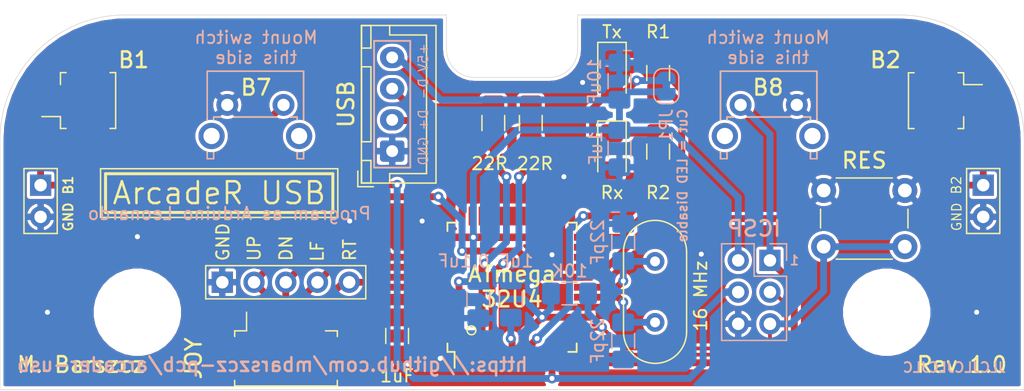
<source format=kicad_pcb>
(kicad_pcb (version 20171130) (host pcbnew "(5.1.9)-1")
  (layers (0 F.Cu signal) (31 B.Cu signal) (34 B.Paste user) (35 F.Paste user) (36 B.SilkS user) (37 F.SilkS user) (38 B.Mask user) (39 F.Mask user) (44 Edge.Cuts user hide))
  (net 0 "")
  (net 1 "Net-(C1-Pad2)")
  (net 2 GND)
  (net 3 "Net-(C2-Pad1)")
  (net 4 "Net-(C3-Pad1)")
  (net 5 "Net-(C4-Pad2)")
  (net 6 VCC)
  (net 7 "Net-(D2-Pad1)")
  (net 8 B1)
  (net 9 B2)
  (net 10 RIGHT)
  (net 11 LEFT)
  (net 12 DOWN)
  (net 13 UP)
  (net 14 B7)
  (net 15 B8)
  (net 16 "Net-(D1-Pad1)")
  (net 17 D-)
  (net 18 D+)
  (net 19 /ExD+)
  (net 20 /ExD-)
  (net 21 "Net-(D1-Pad2)")
  (net 22 LEDTx)
  (net 23 ~RES)
  (net 24 SCK)
  (net 25 LEDRx)
  (module "ArcadeR USB:JST_XH_B4B-XH-A_1x04_P2.50mm_Vertical-BoxSilk-Back" (layer F.Cu) (at 131.4 104.9 90)
    (fp_text reference J11 hide)
    (fp_text value Conn_01x04_Male)
    (pad 4 thru_hole oval (at 7.5 0 90) (size 1.7 1.95) (drill 0.95) (layers *.Cu *.Mask) (net 6 VCC))
    (pad 3 thru_hole oval (at 5 0 90) (size 1.7 1.95) (drill 0.95) (layers *.Cu *.Mask) (net 20 /ExD-))
    (pad 2 thru_hole oval (at 2.5 0 90) (size 1.7 1.95) (drill 0.95) (layers *.Cu *.Mask) (net 19 /ExD+))
    (pad 1 thru_hole roundrect (at 0 0 90) (size 1.7 1.95) (drill 0.95) (layers *.Cu *.Mask) (roundrect_rratio 0.1470588235294118) (net 2 GND))
  )
  (module "ArcadeR USB:PinHeader_1x02_P2.54mm_Vertical-BoxSilk" (layer F.Cu) (at 103.25 107.625)
    (fp_text reference J22 hide)
    (fp_text value Conn_01x02_Male)
    (pad 2 thru_hole oval (at 0 2.54) (size 1.7 1.7) (drill 1) (layers *.Cu *.Mask) (net 2 GND))
    (pad 1 thru_hole rect (at 0 0) (size 1.7 1.7) (drill 1) (layers *.Cu *.Mask) (net 8 B1))
  )
  (module "ArcadeR USB:PinHeader_1x02_P2.54mm_Vertical-BoxSilk" (layer F.Cu) (at 178.725 107.625)
    (fp_text reference J32 hide)
    (fp_text value Conn_01x02_Male)
    (pad 2 thru_hole oval (at 0 2.54) (size 1.7 1.7) (drill 1) (layers *.Cu *.Mask) (net 2 GND))
    (pad 1 thru_hole rect (at 0 0) (size 1.7 1.7) (drill 1) (layers *.Cu *.Mask) (net 9 B2))
  )
  (module "ArcadeR USB:PinHeader_1x05_P2.54mm_Vertical-BoxSilk" (layer F.Cu) (at 117.8 115.4 90)
    (fp_text reference J42 hide)
    (fp_text value Conn_01x05_Male)
    (pad 5 thru_hole oval (at 0 10.16 90) (size 1.7 1.7) (drill 1) (layers *.Cu *.Mask) (net 10 RIGHT))
    (pad 4 thru_hole oval (at 0 7.62 90) (size 1.7 1.7) (drill 1) (layers *.Cu *.Mask) (net 11 LEFT))
    (pad 3 thru_hole oval (at 0 5.08 90) (size 1.7 1.7) (drill 1) (layers *.Cu *.Mask) (net 12 DOWN))
    (pad 2 thru_hole oval (at 0 2.54 90) (size 1.7 1.7) (drill 1) (layers *.Cu *.Mask) (net 13 UP))
    (pad 1 thru_hole rect (at 0 0 90) (size 1.7 1.7) (drill 1) (layers *.Cu *.Mask) (net 2 GND))
  )
  (module "ArcadeR USB:SW_Tactile_SPST_Angled_PTS645Vx83-2LFS-DoubleSidedSS" (layer B.Cu) (at 163.8 101.2 180)
    (fp_text reference SW8 hide)
    (fp_text value SW_Push)
    (pad "" thru_hole circle (at -1.25 -2.49 180) (size 2.1 2.1) (drill 1.3) (layers *.Cu *.Mask))
    (pad 1 thru_hole circle (at 0 0 180) (size 1.75 1.75) (drill 0.99) (layers *.Cu *.Mask) (net 2 GND))
    (pad 2 thru_hole circle (at 4.5 0 180) (size 1.75 1.75) (drill 0.99) (layers *.Cu *.Mask) (net 15 B8))
    (pad "" thru_hole circle (at 5.76 -2.49 180) (size 2.1 2.1) (drill 1.3) (layers *.Cu *.Mask))
  )
  (module "ArcadeR USB:SW_Tactile_SPST_Angled_PTS645Vx83-2LFS-DoubleSidedSS" (layer B.Cu) (at 122.7 101.2 180)
    (fp_text reference SW7 hide)
    (fp_text value SW_Push)
    (pad "" thru_hole circle (at -1.25 -2.49 180) (size 2.1 2.1) (drill 1.3) (layers *.Cu *.Mask))
    (pad 1 thru_hole circle (at 0 0 180) (size 1.75 1.75) (drill 0.99) (layers *.Cu *.Mask) (net 14 B7))
    (pad 2 thru_hole circle (at 4.5 0 180) (size 1.75 1.75) (drill 0.99) (layers *.Cu *.Mask) (net 2 GND))
    (pad "" thru_hole circle (at 5.76 -2.49 180) (size 2.1 2.1) (drill 1.3) (layers *.Cu *.Mask))
  )
  (module Connector_Molex:Molex_PicoBlade_53261-0271_1x02-1MP_P1.25mm_Horizontal (layer F.Cu) (at 175.45 100.86 270)
    (fp_text reference J31 hide)
    (fp_text value Conn_01x02_Male)
    (pad MP smd roundrect (at 3.175 0.5 270) (size 2.1 3) (layers F.Cu F.Paste F.Mask) (roundrect_rratio 0.1190471428571429))
    (pad MP smd roundrect (at -3.175 0.5 270) (size 2.1 3) (layers F.Cu F.Paste F.Mask) (roundrect_rratio 0.1190471428571429))
    (pad 2 smd roundrect (at 0.625 -2.4 270) (size 0.8 1.6) (layers F.Cu F.Paste F.Mask) (net 9 B2))
    (pad 1 smd roundrect (at -0.625 -2.4 270) (size 0.8 1.6) (layers F.Cu F.Paste F.Mask) (net 2 GND))
  )
  (module Resistor_SMD:R_1206_3216Metric_Pad1.42x1.75mm_HandSolder (layer F.Cu) (at 152.7 98.65 270)
    (fp_text reference R1 (at -3.3 0 180) (layer F.SilkS))
    (fp_text value 1K hide)
    (pad 2 smd roundrect (at 1.4875 0 270) (size 1.425 1.75) (layers F.Cu F.Paste F.Mask) (roundrect_rratio 0.1754385964912281) (net 22 LEDTx))
    (pad 1 smd roundrect (at -1.4875 0 270) (size 1.425 1.75) (layers F.Cu F.Paste F.Mask) (roundrect_rratio 0.1754385964912281) (net 16 "Net-(D1-Pad1)"))
  )
  (module Button_Switch_THT:SW_PUSH_6mm_H4.3mm (layer F.Cu) (at 172.45 112.55 180)
    (fp_text reference SW3 hide)
    (fp_text value SW_Push)
    (pad 1 thru_hole circle (at 6.5 0 270) (size 2 2) (drill 1.1) (layers *.Cu *.Mask) (net 23 ~RES))
    (pad 2 thru_hole circle (at 6.5 4.5 270) (size 2 2) (drill 1.1) (layers *.Cu *.Mask) (net 2 GND))
    (pad 1 thru_hole circle (at 0 0 270) (size 2 2) (drill 1.1) (layers *.Cu *.Mask) (net 23 ~RES))
    (pad 2 thru_hole circle (at 0 4.5 270) (size 2 2) (drill 1.1) (layers *.Cu *.Mask) (net 2 GND))
  )
  (module Connector_Molex:Molex_PicoBlade_53261-0571_1x05-1MP_P1.25mm_Horizontal (layer F.Cu) (at 122.9 121)
    (fp_text reference J41 hide)
    (fp_text value Conn_01x05_Male)
    (pad MP smd roundrect (at 5.05 0.5) (size 2.1 3) (layers F.Cu F.Paste F.Mask) (roundrect_rratio 0.1190471428571429))
    (pad MP smd roundrect (at -5.05 0.5) (size 2.1 3) (layers F.Cu F.Paste F.Mask) (roundrect_rratio 0.1190471428571429))
    (pad 5 smd roundrect (at 2.5 -2.4) (size 0.8 1.6) (layers F.Cu F.Paste F.Mask) (net 10 RIGHT))
    (pad 4 smd roundrect (at 1.25 -2.4) (size 0.8 1.6) (layers F.Cu F.Paste F.Mask) (net 11 LEFT))
    (pad 3 smd roundrect (at 0 -2.4) (size 0.8 1.6) (layers F.Cu F.Paste F.Mask) (net 12 DOWN))
    (pad 2 smd roundrect (at -1.25 -2.4) (size 0.8 1.6) (layers F.Cu F.Paste F.Mask) (net 13 UP))
    (pad 1 smd roundrect (at -2.5 -2.4) (size 0.8 1.6) (layers F.Cu F.Paste F.Mask) (net 2 GND))
  )
  (module Connector_Molex:Molex_PicoBlade_53261-0271_1x02-1MP_P1.25mm_Horizontal (layer F.Cu) (at 106.55 100.85 90)
    (fp_text reference J21 hide)
    (fp_text value Conn_01x02_Male)
    (pad MP smd roundrect (at 3.175 0.5 90) (size 2.1 3) (layers F.Cu F.Paste F.Mask) (roundrect_rratio 0.1190471428571429))
    (pad MP smd roundrect (at -3.175 0.5 90) (size 2.1 3) (layers F.Cu F.Paste F.Mask) (roundrect_rratio 0.1190471428571429))
    (pad 2 smd roundrect (at 0.625 -2.4 90) (size 0.8 1.6) (layers F.Cu F.Paste F.Mask) (net 2 GND))
    (pad 1 smd roundrect (at -0.625 -2.4 90) (size 0.8 1.6) (layers F.Cu F.Paste F.Mask) (net 8 B1))
  )
  (module Connector_PinHeader_2.54mm:PinHeader_2x03_P2.54mm_Vertical (layer B.Cu) (at 161.65 113.65 180)
    (fp_text reference J5 hide)
    (fp_text value Conn_01x06_Male)
    (pad 6 thru_hole oval (at 2.54 -5.08 180) (size 1.7 1.7) (drill 1) (layers *.Cu *.Mask) (net 2 GND))
    (pad 5 thru_hole oval (at 0 -5.08 180) (size 1.7 1.7) (drill 1) (layers *.Cu *.Mask) (net 23 ~RES))
    (pad 4 thru_hole oval (at 2.54 -2.54 180) (size 1.7 1.7) (drill 1) (layers *.Cu *.Mask) (net 14 B7))
    (pad 3 thru_hole oval (at 0 -2.54 180) (size 1.7 1.7) (drill 1) (layers *.Cu *.Mask) (net 24 SCK))
    (pad 2 thru_hole oval (at 2.54 0 180) (size 1.7 1.7) (drill 1) (layers *.Cu *.Mask) (net 6 VCC))
    (pad 1 thru_hole rect (at 0 0 180) (size 1.7 1.7) (drill 1) (layers *.Cu *.Mask) (net 15 B8))
  )
  (module Jumper:SolderJumper-2_P1.3mm_Bridged_RoundedPad1.0x1.5mm (layer B.Cu) (at 153.35 99.7 90)
    (fp_text reference JP1 (at -1.7 0 90) (layer B.SilkS) (effects (justify left mirror)))
    (fp_text value SolderJumper_2_Bridged)
    (fp_poly (pts (xy 0.25 0.3) (xy -0.25 0.3) (xy -0.25 -0.3) (xy 0.25 -0.3)) (layer B.Cu) (width 0))
    (pad 1 smd custom (at -0.65 0 90) (size 1 0.5) (layers B.Cu B.Mask) (net 6 VCC) (options (clearance outline) (anchor rect)) (primitives (gr_circle (center 0 -0.25) (end 0.5 -0.25) (width 0)) (gr_circle (center 0 0.25) (end 0.5 0.25) (width 0)) (gr_poly (pts (xy 0 0.75) (xy 0.5 0.75) (xy 0.5 -0.75) (xy 0 -0.75)) (width 0))))
    (pad 2 smd custom (at 0.65 0 90) (size 1 0.5) (layers B.Cu B.Mask) (net 21 "Net-(D1-Pad2)") (options (clearance outline) (anchor rect)) (primitives (gr_circle (center 0 -0.25) (end 0.5 -0.25) (width 0)) (gr_circle (center 0 0.25) (end 0.5 0.25) (width 0)) (gr_poly (pts (xy 0 0.75) (xy -0.5 0.75) (xy -0.5 -0.75) (xy 0 -0.75)) (width 0))))
  )
  (module MountingHole:MountingHole_3.5mm (layer F.Cu) (at 171 117.8)
    (fp_text reference H2 hide)
    (fp_text value MountingHole)
    (pad "" np_thru_hole circle (at 0 0) (size 3.5 3.5) (drill 3.5) (layers *.Cu *.Mask) (clearance 1.75))
  )
  (module MountingHole:MountingHole_3.5mm (layer F.Cu) (at 111 117.8)
    (fp_text reference H1 hide)
    (fp_text value MountingHole)
    (pad "" np_thru_hole circle (at 0 0) (size 3.5 3.5) (drill 3.5) (layers *.Cu *.Mask) (clearance 1.75))
  )
  (module Capacitor_SMD:C_1206_3216Metric_Pad1.42x1.75mm_HandSolder (layer B.Cu) (at 138.3 116.7875 270)
    (fp_text reference C7 hide)
    (fp_text value 0.1uF (at -3.0875 -1 180) (layer B.SilkS) (effects (justify left mirror)))
    (pad 2 smd roundrect (at 1.4875 0 270) (size 1.425 1.75) (layers B.Cu B.Paste B.Mask) (roundrect_rratio 0.1754385964912281) (net 2 GND))
    (pad 1 smd roundrect (at -1.4875 0 270) (size 1.425 1.75) (layers B.Cu B.Paste B.Mask) (roundrect_rratio 0.1754385964912281) (net 6 VCC))
  )
  (module Capacitor_SMD:C_1206_3216Metric_Pad1.42x1.75mm_HandSolder (layer B.Cu) (at 149.6 99.3 270)
    (fp_text reference C6 hide)
    (fp_text value 10uF (at 0 2 270) (layer B.SilkS) (effects (justify mirror)))
    (pad 2 smd roundrect (at 1.4875 0 270) (size 1.425 1.75) (layers B.Cu B.Paste B.Mask) (roundrect_rratio 0.1754385964912281) (net 6 VCC))
    (pad 1 smd roundrect (at -1.4875 0 270) (size 1.425 1.75) (layers B.Cu B.Paste B.Mask) (roundrect_rratio 0.1754385964912281) (net 2 GND))
  )
  (module Capacitor_SMD:C_1206_3216Metric_Pad1.42x1.75mm_HandSolder (layer B.Cu) (at 149.6 104.7 90)
    (fp_text reference C5 hide)
    (fp_text value 1uF (at 0.05 -1.9 270) (layer B.SilkS) (effects (justify mirror)))
    (pad 2 smd roundrect (at 1.4875 0 90) (size 1.425 1.75) (layers B.Cu B.Paste B.Mask) (roundrect_rratio 0.1754385964912281) (net 6 VCC))
    (pad 1 smd roundrect (at -1.4875 0 90) (size 1.425 1.75) (layers B.Cu B.Paste B.Mask) (roundrect_rratio 0.1754385964912281) (net 2 GND))
  )
  (module Crystal:Crystal_HC49-4H_Vertical (layer F.Cu) (at 152.45 113.73 270)
    (fp_text reference Y1 hide)
    (fp_text value 16MHz)
    (pad 2 thru_hole circle (at 4.88 0 270) (size 1.5 1.5) (drill 0.8) (layers *.Cu *.Mask) (net 4 "Net-(C3-Pad1)"))
    (pad 1 thru_hole circle (at 0 0 270) (size 1.5 1.5) (drill 0.8) (layers *.Cu *.Mask) (net 3 "Net-(C2-Pad1)"))
  )
  (module Package_QFP:TQFP-44_10x10mm_P0.8mm (layer F.Cu) (at 141 115.8 90)
    (fp_text reference U1 hide)
    (fp_text value ATmega32U4-AU)
    (pad 44 smd rect (at -4 -5.7 180) (size 1.5 0.55) (layers F.Cu F.Paste F.Mask) (net 6 VCC))
    (pad 43 smd rect (at -3.2 -5.7 180) (size 1.5 0.55) (layers F.Cu F.Paste F.Mask) (net 2 GND))
    (pad 42 smd rect (at -2.4 -5.7 180) (size 1.5 0.55) (layers F.Cu F.Paste F.Mask) (net 1 "Net-(C1-Pad2)"))
    (pad 41 smd rect (at -1.6 -5.7 180) (size 1.5 0.55) (layers F.Cu F.Paste F.Mask))
    (pad 40 smd rect (at -0.8 -5.7 180) (size 1.5 0.55) (layers F.Cu F.Paste F.Mask))
    (pad 39 smd rect (at 0 -5.7 180) (size 1.5 0.55) (layers F.Cu F.Paste F.Mask) (net 10 RIGHT))
    (pad 38 smd rect (at 0.8 -5.7 180) (size 1.5 0.55) (layers F.Cu F.Paste F.Mask) (net 11 LEFT))
    (pad 37 smd rect (at 1.6 -5.7 180) (size 1.5 0.55) (layers F.Cu F.Paste F.Mask) (net 12 DOWN))
    (pad 36 smd rect (at 2.4 -5.7 180) (size 1.5 0.55) (layers F.Cu F.Paste F.Mask) (net 13 UP))
    (pad 35 smd rect (at 3.2 -5.7 180) (size 1.5 0.55) (layers F.Cu F.Paste F.Mask) (net 2 GND))
    (pad 34 smd rect (at 4 -5.7 180) (size 1.5 0.55) (layers F.Cu F.Paste F.Mask) (net 6 VCC))
    (pad 33 smd rect (at 5.7 -4 90) (size 1.5 0.55) (layers F.Cu F.Paste F.Mask) (net 2 GND))
    (pad 32 smd rect (at 5.7 -3.2 90) (size 1.5 0.55) (layers F.Cu F.Paste F.Mask))
    (pad 31 smd rect (at 5.7 -2.4 90) (size 1.5 0.55) (layers F.Cu F.Paste F.Mask))
    (pad 30 smd rect (at 5.7 -1.6 90) (size 1.5 0.55) (layers F.Cu F.Paste F.Mask))
    (pad 29 smd rect (at 5.7 -0.8 90) (size 1.5 0.55) (layers F.Cu F.Paste F.Mask))
    (pad 28 smd rect (at 5.7 0 90) (size 1.5 0.55) (layers F.Cu F.Paste F.Mask))
    (pad 27 smd rect (at 5.7 0.8 90) (size 1.5 0.55) (layers F.Cu F.Paste F.Mask))
    (pad 26 smd rect (at 5.7 1.6 90) (size 1.5 0.55) (layers F.Cu F.Paste F.Mask))
    (pad 25 smd rect (at 5.7 2.4 90) (size 1.5 0.55) (layers F.Cu F.Paste F.Mask))
    (pad 24 smd rect (at 5.7 3.2 90) (size 1.5 0.55) (layers F.Cu F.Paste F.Mask) (net 6 VCC))
    (pad 23 smd rect (at 5.7 4 90) (size 1.5 0.55) (layers F.Cu F.Paste F.Mask) (net 2 GND))
    (pad 22 smd rect (at 4 5.7 180) (size 1.5 0.55) (layers F.Cu F.Paste F.Mask) (net 22 LEDTx))
    (pad 21 smd rect (at 3.2 5.7 180) (size 1.5 0.55) (layers F.Cu F.Paste F.Mask))
    (pad 20 smd rect (at 2.4 5.7 180) (size 1.5 0.55) (layers F.Cu F.Paste F.Mask))
    (pad 19 smd rect (at 1.6 5.7 180) (size 1.5 0.55) (layers F.Cu F.Paste F.Mask) (net 9 B2))
    (pad 18 smd rect (at 0.8 5.7 180) (size 1.5 0.55) (layers F.Cu F.Paste F.Mask) (net 8 B1))
    (pad 17 smd rect (at 0 5.7 180) (size 1.5 0.55) (layers F.Cu F.Paste F.Mask) (net 3 "Net-(C2-Pad1)"))
    (pad 16 smd rect (at -0.8 5.7 180) (size 1.5 0.55) (layers F.Cu F.Paste F.Mask) (net 4 "Net-(C3-Pad1)"))
    (pad 15 smd rect (at -1.6 5.7 180) (size 1.5 0.55) (layers F.Cu F.Paste F.Mask) (net 2 GND))
    (pad 14 smd rect (at -2.4 5.7 180) (size 1.5 0.55) (layers F.Cu F.Paste F.Mask) (net 6 VCC))
    (pad 13 smd rect (at -3.2 5.7 180) (size 1.5 0.55) (layers F.Cu F.Paste F.Mask) (net 23 ~RES))
    (pad 12 smd rect (at -4 5.7 180) (size 1.5 0.55) (layers F.Cu F.Paste F.Mask))
    (pad 11 smd rect (at -5.7 4 90) (size 1.5 0.55) (layers F.Cu F.Paste F.Mask) (net 15 B8))
    (pad 10 smd rect (at -5.7 3.2 90) (size 1.5 0.55) (layers F.Cu F.Paste F.Mask) (net 14 B7))
    (pad 9 smd rect (at -5.7 2.4 90) (size 1.5 0.55) (layers F.Cu F.Paste F.Mask) (net 24 SCK))
    (pad 8 smd rect (at -5.7 1.6 90) (size 1.5 0.55) (layers F.Cu F.Paste F.Mask) (net 25 LEDRx))
    (pad 7 smd rect (at -5.7 0.8 90) (size 1.5 0.55) (layers F.Cu F.Paste F.Mask) (net 6 VCC))
    (pad 6 smd rect (at -5.7 0 90) (size 1.5 0.55) (layers F.Cu F.Paste F.Mask) (net 5 "Net-(C4-Pad2)"))
    (pad 5 smd rect (at -5.7 -0.8 90) (size 1.5 0.55) (layers F.Cu F.Paste F.Mask) (net 2 GND))
    (pad 4 smd rect (at -5.7 -1.6 90) (size 1.5 0.55) (layers F.Cu F.Paste F.Mask) (net 18 D+))
    (pad 3 smd rect (at -5.7 -2.4 90) (size 1.5 0.55) (layers F.Cu F.Paste F.Mask) (net 17 D-))
    (pad 2 smd rect (at -5.7 -3.2 90) (size 1.5 0.55) (layers F.Cu F.Paste F.Mask) (net 6 VCC))
    (pad 1 smd rect (at -5.7 -4 90) (size 1.5 0.55) (layers F.Cu F.Paste F.Mask))
  )
  (module Resistor_SMD:R_1206_3216Metric_Pad1.42x1.75mm_HandSolder (layer B.Cu) (at 145.6 116.3)
    (fp_text reference R5 hide)
    (fp_text value 10K (at 0 -1.8) (layer B.SilkS) (effects (justify mirror)))
    (pad 2 smd roundrect (at 1.4875 0) (size 1.425 1.75) (layers B.Cu B.Paste B.Mask) (roundrect_rratio 0.1754385964912281) (net 23 ~RES))
    (pad 1 smd roundrect (at -1.4875 0) (size 1.425 1.75) (layers B.Cu B.Paste B.Mask) (roundrect_rratio 0.1754385964912281) (net 6 VCC))
  )
  (module Resistor_SMD:R_1206_3216Metric_Pad1.42x1.75mm_HandSolder (layer F.Cu) (at 139.5 102.65 90)
    (fp_text reference R4 hide)
    (fp_text value 22R (at -3.25 -0.3 180) (layer F.SilkS))
    (pad 2 smd roundrect (at 1.4875 0 90) (size 1.425 1.75) (layers F.Cu F.Paste F.Mask) (roundrect_rratio 0.1754385964912281) (net 20 /ExD-))
    (pad 1 smd roundrect (at -1.4875 0 90) (size 1.425 1.75) (layers F.Cu F.Paste F.Mask) (roundrect_rratio 0.1754385964912281) (net 17 D-))
  )
  (module Resistor_SMD:R_1206_3216Metric_Pad1.42x1.75mm_HandSolder (layer F.Cu) (at 142.5 102.65 90)
    (fp_text reference R3 hide)
    (fp_text value 22R (at -3.25 0.325 180) (layer F.SilkS))
    (pad 2 smd roundrect (at 1.4875 0 90) (size 1.425 1.75) (layers F.Cu F.Paste F.Mask) (roundrect_rratio 0.1754385964912281) (net 19 /ExD+))
    (pad 1 smd roundrect (at -1.4875 0 90) (size 1.425 1.75) (layers F.Cu F.Paste F.Mask) (roundrect_rratio 0.1754385964912281) (net 18 D+))
  )
  (module Resistor_SMD:R_1206_3216Metric_Pad1.42x1.75mm_HandSolder (layer F.Cu) (at 152.7 104.9375 270)
    (fp_text reference R2 (at 3.2875 0 180) (layer F.SilkS))
    (fp_text value 1K hide)
    (pad 2 smd roundrect (at 1.4875 0 270) (size 1.425 1.75) (layers F.Cu F.Paste F.Mask) (roundrect_rratio 0.1754385964912281) (net 25 LEDRx))
    (pad 1 smd roundrect (at -1.4875 0 270) (size 1.425 1.75) (layers F.Cu F.Paste F.Mask) (roundrect_rratio 0.1754385964912281) (net 7 "Net-(D2-Pad1)"))
  )
  (module LED_SMD:LED_1206_3216Metric_Pad1.42x1.75mm_HandSolder (layer F.Cu) (at 149 104.95 270)
    (fp_text reference D2 hide)
    (fp_text value Rx (at 3.275 0 180) (layer F.SilkS))
    (pad 2 smd roundrect (at 1.4875 0 270) (size 1.425 1.75) (layers F.Cu F.Paste F.Mask) (roundrect_rratio 0.1754385964912281) (net 21 "Net-(D1-Pad2)"))
    (pad 1 smd roundrect (at -1.4875 0 270) (size 1.425 1.75) (layers F.Cu F.Paste F.Mask) (roundrect_rratio 0.1754385964912281) (net 7 "Net-(D2-Pad1)"))
  )
  (module LED_SMD:LED_1206_3216Metric_Pad1.42x1.75mm_HandSolder (layer F.Cu) (at 149 98.65 270)
    (fp_text reference D1 hide)
    (fp_text value Tx (at -3.3 0 180) (layer F.SilkS))
    (pad 2 smd roundrect (at 1.4875 0 270) (size 1.425 1.75) (layers F.Cu F.Paste F.Mask) (roundrect_rratio 0.1754385964912281) (net 21 "Net-(D1-Pad2)"))
    (pad 1 smd roundrect (at -1.4875 0 270) (size 1.425 1.75) (layers F.Cu F.Paste F.Mask) (roundrect_rratio 0.1754385964912281) (net 16 "Net-(D1-Pad1)"))
  )
  (module Capacitor_SMD:C_1206_3216Metric_Pad1.42x1.75mm_HandSolder (layer B.Cu) (at 140.9 116.75 270)
    (fp_text reference C4 hide)
    (fp_text value 1uF (at -3.05 1) (layer B.SilkS) (effects (justify right mirror)))
    (pad 2 smd roundrect (at 1.4875 0 270) (size 1.425 1.75) (layers B.Cu B.Paste B.Mask) (roundrect_rratio 0.1754385964912281) (net 5 "Net-(C4-Pad2)"))
    (pad 1 smd roundrect (at -1.4875 0 270) (size 1.425 1.75) (layers B.Cu B.Paste B.Mask) (roundrect_rratio 0.1754385964912281) (net 2 GND))
  )
  (module Capacitor_SMD:C_1206_3216Metric_Pad1.42x1.75mm_HandSolder (layer B.Cu) (at 149.9 120.1 270)
    (fp_text reference C3 hide)
    (fp_text value 22pF (at 0 2.05 90) (layer B.SilkS) (effects (justify mirror)))
    (pad 2 smd roundrect (at 1.4875 0 270) (size 1.425 1.75) (layers B.Cu B.Paste B.Mask) (roundrect_rratio 0.1754385964912281) (net 2 GND))
    (pad 1 smd roundrect (at -1.4875 0 270) (size 1.425 1.75) (layers B.Cu B.Paste B.Mask) (roundrect_rratio 0.1754385964912281) (net 4 "Net-(C3-Pad1)"))
  )
  (module Capacitor_SMD:C_1206_3216Metric_Pad1.42x1.75mm_HandSolder (layer B.Cu) (at 149.9 112.2125 90)
    (fp_text reference C2 hide)
    (fp_text value 22pF (at 0.0125 -2.05 270) (layer B.SilkS) (effects (justify mirror)))
    (pad 2 smd roundrect (at 1.4875 0 90) (size 1.425 1.75) (layers B.Cu B.Paste B.Mask) (roundrect_rratio 0.1754385964912281) (net 2 GND))
    (pad 1 smd roundrect (at -1.4875 0 90) (size 1.425 1.75) (layers B.Cu B.Paste B.Mask) (roundrect_rratio 0.1754385964912281) (net 3 "Net-(C2-Pad1)"))
  )
  (module Capacitor_SMD:C_1206_3216Metric_Pad1.42x1.75mm_HandSolder (layer F.Cu) (at 131.8 119.7 90)
    (fp_text reference C1 hide)
    (fp_text value 1uF (at -3.2 0 180) (layer F.SilkS))
    (pad 2 smd roundrect (at 1.4875 0 90) (size 1.425 1.75) (layers F.Cu F.Paste F.Mask) (roundrect_rratio 0.1754385964912281) (net 1 "Net-(C1-Pad2)"))
    (pad 1 smd roundrect (at -1.4875 0 90) (size 1.425 1.75) (layers F.Cu F.Paste F.Mask) (roundrect_rratio 0.1754385964912281) (net 2 GND))
  )
  (gr_text JLCJLCJLCJLC (at 180.625 122.225) (layer B.SilkS) (effects (font (size 0.8 0.8)) (justify left mirror)))
  (gr_text "Mount switch\nthis side" (at 161.5 96.6) (layer B.SilkS) (effects (font (size 1 1)) (justify mirror)))
  (gr_text "ArcadeR USB" (at 117.55 108.26) (layer F.SilkS) (effects (font (size 1.75 1.75) (thickness 0.2))))
  (gr_circle (center 137.75 119.25) (end 138 119) (layer F.SilkS) (width 0.12))
  (gr_text "ATmega\n32U4" (at 141 115.75) (layer F.SilkS) (effects (font (size 1.25 1.25) (thickness 0.2))))
  (gr_text "M. Barszcz" (at 101.25 122) (layer F.SilkS) (effects (font (size 1.25 1.25) (thickness 0.2)) (justify left)))
  (gr_line (start 108.05 106.31) (end 127.05 106.31) (layer F.SilkS) (width 0.12))
  (gr_line (start 108.05 110.21) (end 108.05 106.31) (layer F.SilkS) (width 0.12))
  (gr_line (start 127.05 110.21) (end 108.05 110.21) (layer F.SilkS) (width 0.12))
  (gr_line (start 127.05 106.31) (end 127.05 110.21) (layer F.SilkS) (width 0.12))
  (gr_line (start 108.45 106.71) (end 108.45 109.81) (layer F.SilkS) (width 0.24))
  (gr_line (start 108.45 109.81) (end 126.65 109.81) (layer F.SilkS) (width 0.24))
  (gr_line (start 126.65 106.71) (end 126.65 109.81) (layer F.SilkS) (width 0.24))
  (gr_line (start 108.45 106.71) (end 126.65 106.71) (layer F.SilkS) (width 0.24))
  (gr_text "Mount switch\nthis side" (at 120.5 96.6) (layer B.SilkS) (effects (font (size 1 1)) (justify mirror)))
  (gr_text RES (at 169.2 105.65) (layer F.SilkS) (effects (font (size 1.25 1.25) (thickness 0.2))))
  (gr_text 1 (at 163.6 113.65) (layer B.SilkS) (effects (font (size 0.75 0.75)) (justify mirror)))
  (gr_text ICSP (at 160.375 111.1) (layer B.SilkS) (effects (font (size 1.25 1.25) (thickness 0.2)) (justify mirror)))
  (gr_text "Cut = LED Disable" (at 154.65 101.45 90) (layer B.SilkS) (effects (font (size 0.75 0.75)) (justify left mirror)))
  (gr_text GND (at 176.6026 110.165 90) (layer F.SilkS) (effects (font (size 0.75 0.75) (thickness 0.1))))
  (gr_text B2 (at 176.5816 107.625 90) (layer F.SilkS) (effects (font (size 0.75 0.75) (thickness 0.1))))
  (gr_text B1 (at 105.4616 107.625 90) (layer F.SilkS) (effects (font (size 0.75 0.75))))
  (gr_text GND (at 105.4616 110.165 90) (layer F.SilkS) (effects (font (size 0.75 0.75))))
  (gr_text GND (at 133.889 104.9 90) (layer B.SilkS) (effects (font (size 0.75 0.75) (thickness 0.1)) (justify mirror)))
  (gr_text "D+\n" (at 133.889 102.4 90) (layer B.SilkS) (effects (font (size 0.75 0.75) (thickness 0.1)) (justify mirror)))
  (gr_text D- (at 133.889 99.9 90) (layer B.SilkS) (effects (font (size 0.75 0.75) (thickness 0.1)) (justify mirror)))
  (gr_text +5V (at 133.889 97.4 90) (layer B.SilkS) (effects (font (size 0.75 0.75) (thickness 0.1)) (justify mirror)))
  (gr_text GND (at 117.85 113.8 90) (layer F.SilkS) (effects (font (size 1 1)) (justify left)))
  (gr_text RT (at 128 113.8 90) (layer F.SilkS) (effects (font (size 1 1)) (justify left)))
  (gr_text LF (at 125.4 113.85 90) (layer F.SilkS) (effects (font (size 1 1)) (justify left)))
  (gr_text DN (at 122.9 113.8 90) (layer F.SilkS) (effects (font (size 1 1)) (justify left)))
  (gr_text UP (at 120.35 113.8 90) (layer F.SilkS) (effects (font (size 1 1)) (justify left)))
  (gr_text B2 (at 170.9 97.6) (layer F.SilkS) (effects (font (size 1.25 1.25) (thickness 0.2))))
  (gr_text "16 MHz" (at 156.1 116.5 90) (layer F.SilkS) (effects (font (size 1 1))))
  (gr_text "Program as Arduino Leonardo" (at 129.8 109.9) (layer B.SilkS) (effects (font (size 1 1)) (justify left mirror)))
  (gr_text "Rev 1.0" (at 180.75 122) (layer F.SilkS) (effects (font (size 1.25 1.25) (thickness 0.2)) (justify right)))
  (gr_text https://github.com/mbarszcz-pcb/arcader-usb (at 101.25 122) (layer B.SilkS) (effects (font (size 1.1 1.1) (thickness 0.2)) (justify right mirror)))
  (gr_line (start 146.25 94) (end 171.999501 94) (layer Edge.Cuts) (width 0.05))
  (gr_line (start 135.75 94) (end 135.75 96.75) (layer Edge.Cuts) (width 0.05))
  (gr_line (start 144 99) (end 138 99) (layer Edge.Cuts) (width 0.05))
  (gr_line (start 146.25 94) (end 146.25 96.75) (layer Edge.Cuts) (width 0.05))
  (gr_line (start 182 124) (end 182 104) (layer Edge.Cuts) (width 0.05))
  (gr_line (start 110.000499 93.999501) (end 135.75 93.999501) (layer Edge.Cuts) (width 0.05))
  (gr_line (start 100 124) (end 100 104) (layer Edge.Cuts) (width 0.05))
  (gr_arc (start 144 96.75) (end 144 99) (angle -90) (layer Edge.Cuts) (width 0.05))
  (gr_arc (start 138 96.75) (end 135.75 96.75) (angle -90) (layer Edge.Cuts) (width 0.05))
  (gr_arc (start 110.000499 104) (end 110.000499 93.999501) (angle -90) (layer Edge.Cuts) (width 0.05))
  (gr_arc (start 171.999501 104) (end 182 104) (angle -90) (layer Edge.Cuts) (width 0.05))
  (gr_line (start 100 124) (end 182 124) (layer Edge.Cuts) (width 0.05))
  (gr_text JOY (at 115.5 121.5 90) (layer F.SilkS) (effects (font (size 1.25 1.25) (thickness 0.2))))
  (gr_text USB (at 127.7128 101.1412 90) (layer F.SilkS) (effects (font (size 1.25 1.25) (thickness 0.2))))
  (gr_text B8 (at 161.5 99.8) (layer F.SilkS) (effects (font (size 1.25 1.25) (thickness 0.2))))
  (gr_text B7 (at 120.5 99.8) (layer F.SilkS) (effects (font (size 1.25 1.25) (thickness 0.2))))
  (gr_text B1 (at 110.7 97.6) (layer F.SilkS) (effects (font (size 1.25 1.25) (thickness 0.2))))
  (segment (start 131.2125 118.2) (end 131.2 118.2125) (width 0.6) (layer F.Cu) (net 1))
  (segment (start 131.8125 118.2) (end 131.8 118.2125) (width 0.6) (layer F.Cu) (net 1))
  (segment (start 135.3 118.2) (end 131.8125 118.2) (width 0.55) (layer F.Cu) (net 1))
  (via (at 144.2 113.2) (size 0.8) (drill 0.4) (layers F.Cu B.Cu) (net 2))
  (via (at 135.25 121.5) (size 0.8) (drill 0.4) (layers F.Cu B.Cu) (net 2))
  (via (at 133.8 110.5) (size 0.8) (drill 0.4) (layers F.Cu B.Cu) (net 2))
  (via (at 142.6 115.7) (size 0.8) (drill 0.4) (layers F.Cu B.Cu) (net 2))
  (via (at 103.8 117.8) (size 0.8) (drill 0.4) (layers F.Cu B.Cu) (net 2))
  (via (at 178.2 117.8) (size 0.8) (drill 0.4) (layers F.Cu B.Cu) (net 2))
  (via (at 111 111.75) (size 0.8) (drill 0.4) (layers F.Cu B.Cu) (net 2))
  (via (at 128 110.5) (size 0.8) (drill 0.4) (layers F.Cu B.Cu) (net 2))
  (segment (start 131.5 104.75) (end 131.5 104.8) (width 0.6) (layer B.Cu) (net 2))
  (segment (start 131.9 104.8) (end 131.5 104.8) (width 0.6) (layer B.Cu) (net 2))
  (segment (start 131.5 104.8) (end 132 104.8) (width 0.6) (layer B.Cu) (net 2))
  (segment (start 131.5 104.8) (end 131.87501 105.17501) (width 0.6) (layer B.Cu) (net 2))
  (via (at 145.15 106.95) (size 0.8) (drill 0.4) (layers F.Cu B.Cu) (net 2))
  (via (at 156.15 113.15) (size 0.8) (drill 0.4) (layers F.Cu B.Cu) (net 2))
  (via (at 146.65 99.4) (size 0.8) (drill 0.4) (layers F.Cu B.Cu) (net 2))
  (via (at 149.9 115.3) (size 0.8) (drill 0.4) (layers F.Cu B.Cu) (net 3))
  (segment (start 149.9 113.7) (end 149.9 115.3) (width 0.55) (layer B.Cu) (net 3))
  (segment (start 149.4 115.8) (end 146.7 115.8) (width 0.55) (layer F.Cu) (net 3))
  (segment (start 149.9 115.3) (end 149.4 115.8) (width 0.55) (layer F.Cu) (net 3))
  (segment (start 149.93 113.73) (end 149.9 113.7) (width 0.6) (layer B.Cu) (net 3))
  (segment (start 152.45 113.73) (end 149.93 113.73) (width 0.55) (layer B.Cu) (net 3))
  (via (at 149.9 117) (size 0.8) (drill 0.4) (layers F.Cu B.Cu) (net 4))
  (segment (start 149.9 118.6125) (end 149.9 117) (width 0.55) (layer B.Cu) (net 4))
  (segment (start 149.5 116.6) (end 146.7 116.6) (width 0.55) (layer F.Cu) (net 4))
  (segment (start 149.9 117) (end 149.5 116.6) (width 0.55) (layer F.Cu) (net 4))
  (segment (start 149.9025 118.61) (end 149.9 118.6125) (width 0.6) (layer B.Cu) (net 4))
  (segment (start 152.45 118.61) (end 149.9025 118.61) (width 0.55) (layer B.Cu) (net 4))
  (via (at 140.9 119.9) (size 0.8) (drill 0.4) (layers F.Cu B.Cu) (net 5))
  (segment (start 141 120) (end 140.9 119.9) (width 0.6) (layer F.Cu) (net 5))
  (segment (start 141 121.5) (end 141 120) (width 0.55) (layer F.Cu) (net 5))
  (segment (start 140.9 118.5375) (end 141.2 118.2375) (width 0.6) (layer B.Cu) (net 5))
  (segment (start 140.9 119.9) (end 140.9 118.5375) (width 0.55) (layer B.Cu) (net 5))
  (segment (start 138.3125 115.3125) (end 138.3 115.3) (width 0.6) (layer B.Cu) (net 6))
  (segment (start 136.425002 111.8) (end 135.3 111.8) (width 0.6) (layer F.Cu) (net 6))
  (segment (start 143.4 118.2) (end 146.7 118.2) (width 0.55) (layer F.Cu) (net 6))
  (segment (start 141.8 121.5) (end 141.8 119.79999) (width 0.55) (layer F.Cu) (net 6))
  (segment (start 143.4 118.2) (end 141.80001 119.79999) (width 0.55) (layer F.Cu) (net 6))
  (segment (start 137.4 119.8) (end 137.8 120.2) (width 0.55) (layer F.Cu) (net 6))
  (segment (start 137.8 121.5) (end 137.8 120.2) (width 0.55) (layer F.Cu) (net 6))
  (segment (start 135.3 119.8) (end 136.75 119.8) (width 0.55) (layer F.Cu) (net 6))
  (segment (start 136.75 119.8) (end 137.4 119.8) (width 0.55) (layer F.Cu) (net 6))
  (via (at 136.75 115.35) (size 0.8) (drill 0.4) (layers F.Cu B.Cu) (net 6))
  (segment (start 136.75 119.8) (end 136.75 115.35) (width 0.55) (layer F.Cu) (net 6))
  (segment (start 138.25 115.35) (end 138.3 115.3) (width 0.6) (layer B.Cu) (net 6))
  (segment (start 136.75 115.35) (end 138.25 115.35) (width 0.55) (layer B.Cu) (net 6))
  (via (at 143.4 118.2) (size 0.8) (drill 0.4) (layers F.Cu B.Cu) (net 6))
  (segment (start 141.95 116.75) (end 143.4 118.2) (width 0.55) (layer B.Cu) (net 6))
  (segment (start 139.75 116.75) (end 141.95 116.75) (width 0.55) (layer B.Cu) (net 6))
  (segment (start 138.3 115.3) (end 139.75 116.75) (width 0.55) (layer B.Cu) (net 6))
  (segment (start 144.1125 117.4875) (end 143.4 118.2) (width 0.55) (layer B.Cu) (net 6))
  (segment (start 144.1125 116.3) (end 144.1125 117.4875) (width 0.55) (layer B.Cu) (net 6))
  (segment (start 144.2 111.45) (end 144.2 110.1) (width 0.6) (layer F.Cu) (net 6))
  (segment (start 143.850002 111.799998) (end 144.2 111.45) (width 0.6) (layer F.Cu) (net 6))
  (segment (start 135.300002 111.799998) (end 143.850002 111.799998) (width 0.6) (layer F.Cu) (net 6))
  (segment (start 135.3 111.8) (end 135.300002 111.799998) (width 0.6) (layer F.Cu) (net 6))
  (segment (start 149.5875 100.8) (end 149.6 100.7875) (width 0.6) (layer B.Cu) (net 6))
  (segment (start 135.3 100.8) (end 149.5875 100.8) (width 0.55) (layer B.Cu) (net 6))
  (segment (start 131.9 97.4) (end 135.3 100.8) (width 0.55) (layer B.Cu) (net 6))
  (segment (start 131.4 97.4) (end 131.9 97.4) (width 0.6) (layer B.Cu) (net 6))
  (segment (start 153.7125 103.2125) (end 149.6 103.2125) (width 0.55) (layer B.Cu) (net 6))
  (segment (start 159.11 108.61) (end 153.7125 103.2125) (width 0.55) (layer B.Cu) (net 6))
  (segment (start 159.11 113.65) (end 159.11 108.61) (width 0.55) (layer B.Cu) (net 6))
  (segment (start 149.6 100.7875) (end 149.6 103.2125) (width 0.55) (layer B.Cu) (net 6))
  (via (at 137.90001 111.799998) (size 0.8) (drill 0.4) (layers F.Cu B.Cu) (net 6))
  (segment (start 137.90001 114.90001) (end 137.90001 111.799998) (width 0.55) (layer B.Cu) (net 6))
  (segment (start 138.3 115.3) (end 137.90001 114.90001) (width 0.6) (layer B.Cu) (net 6))
  (segment (start 137.90001 106.74999) (end 137.90001 111.799998) (width 0.55) (layer B.Cu) (net 6))
  (segment (start 141.4375 103.2125) (end 137.90001 106.74999) (width 0.55) (layer B.Cu) (net 6))
  (segment (start 149.6 103.2125) (end 141.4375 103.2125) (width 0.55) (layer B.Cu) (net 6))
  (segment (start 149.7625 103.2125) (end 149.6 103.2125) (width 0.6) (layer B.Cu) (net 6))
  (segment (start 150.2375 100.15) (end 149.6 100.7875) (width 0.6) (layer B.Cu) (net 6))
  (segment (start 153.35 100.35) (end 153.15 100.15) (width 0.6) (layer B.Cu) (net 6))
  (segment (start 153.15 100.15) (end 150.2375 100.15) (width 0.55) (layer B.Cu) (net 6))
  (segment (start 152.6875 103.4625) (end 152.7 103.45) (width 0.6) (layer F.Cu) (net 7))
  (segment (start 149 103.4625) (end 152.6875 103.4625) (width 0.55) (layer F.Cu) (net 7))
  (via (at 137 112.9) (size 0.8) (drill 0.4) (layers F.Cu B.Cu) (net 8))
  (via (at 135.099998 108.55) (size 0.8) (drill 0.4) (layers F.Cu B.Cu) (net 8))
  (segment (start 137.000023 112.899977) (end 137 112.9) (width 0.6) (layer F.Cu) (net 8))
  (segment (start 141.499977 112.899977) (end 137.000023 112.899977) (width 0.55) (layer F.Cu) (net 8))
  (segment (start 143.6 115) (end 141.499977 112.899977) (width 0.55) (layer F.Cu) (net 8))
  (segment (start 146.7 115) (end 143.6 115) (width 0.55) (layer F.Cu) (net 8))
  (segment (start 103.3 107.575) (end 103.25 107.625) (width 0.6) (layer F.Cu) (net 8))
  (segment (start 103.865 101.475) (end 104.15 101.475) (width 0.6) (layer F.Cu) (net 8))
  (segment (start 103.25 102.09) (end 103.865 101.475) (width 0.55) (layer F.Cu) (net 8))
  (segment (start 103.25 107.625) (end 103.25 102.09) (width 0.55) (layer F.Cu) (net 8))
  (segment (start 135.1 108.55) (end 137 110.45) (width 0.55) (layer B.Cu) (net 8))
  (segment (start 135.099998 108.55) (end 135.1 108.55) (width 0.6) (layer B.Cu) (net 8))
  (segment (start 137 110.45) (end 137 112.9) (width 0.55) (layer B.Cu) (net 8))
  (segment (start 105.675 108.55) (end 135.099998 108.55) (width 0.55) (layer F.Cu) (net 8))
  (segment (start 104.75 107.625) (end 105.675 108.55) (width 0.55) (layer F.Cu) (net 8))
  (segment (start 103.25 107.625) (end 104.75 107.625) (width 0.55) (layer F.Cu) (net 8))
  (segment (start 178.7 107.6) (end 178.725 107.625) (width 0.6) (layer F.Cu) (net 9))
  (segment (start 178.225 101.485) (end 177.85 101.485) (width 0.6) (layer F.Cu) (net 9))
  (segment (start 178.725 101.985) (end 178.225 101.485) (width 0.55) (layer F.Cu) (net 9))
  (segment (start 178.725 107.625) (end 178.725 101.985) (width 0.55) (layer F.Cu) (net 9))
  (segment (start 148.6 114.2) (end 146.7 114.2) (width 0.55) (layer F.Cu) (net 9))
  (segment (start 174.475 110.3) (end 152.5 110.3) (width 0.55) (layer F.Cu) (net 9))
  (segment (start 177.15 107.625) (end 174.475 110.3) (width 0.55) (layer F.Cu) (net 9))
  (segment (start 152.5 110.3) (end 148.6 114.2) (width 0.55) (layer F.Cu) (net 9))
  (segment (start 178.725 107.625) (end 177.15 107.625) (width 0.55) (layer F.Cu) (net 9))
  (segment (start 127.96 115.6) (end 128.16 115.8) (width 0.6) (layer F.Cu) (net 10))
  (segment (start 125.4 118.6) (end 125.4 118.16) (width 0.6) (layer F.Cu) (net 10))
  (segment (start 127.5 115.4) (end 127.96 115.4) (width 0.6) (layer F.Cu) (net 10))
  (segment (start 125.4 117.5) (end 127.5 115.4) (width 0.55) (layer F.Cu) (net 10))
  (segment (start 125.4 118.6) (end 125.4 117.5) (width 0.55) (layer F.Cu) (net 10))
  (segment (start 130.3 115.8) (end 135.3 115.8) (width 0.55) (layer F.Cu) (net 10))
  (segment (start 129.9 115.4) (end 130.3 115.8) (width 0.55) (layer F.Cu) (net 10))
  (segment (start 127.96 115.4) (end 129.9 115.4) (width 0.55) (layer F.Cu) (net 10))
  (segment (start 124.15 116.67) (end 125.42 115.4) (width 0.55) (layer F.Cu) (net 11))
  (segment (start 124.15 118.6) (end 124.15 116.67) (width 0.55) (layer F.Cu) (net 11))
  (segment (start 126.770001 114.049999) (end 125.42 115.4) (width 0.55) (layer F.Cu) (net 11))
  (segment (start 129.681383 114.049999) (end 126.770001 114.049999) (width 0.55) (layer F.Cu) (net 11))
  (segment (start 130.631384 115) (end 129.681383 114.049999) (width 0.55) (layer F.Cu) (net 11))
  (segment (start 135.3 115) (end 130.631384 115) (width 0.55) (layer F.Cu) (net 11))
  (segment (start 122.88 118.58) (end 122.9 118.6) (width 0.6) (layer F.Cu) (net 12))
  (segment (start 122.88 115.4) (end 122.88 118.58) (width 0.55) (layer F.Cu) (net 12))
  (segment (start 125.030011 113.249989) (end 122.88 115.4) (width 0.55) (layer F.Cu) (net 12))
  (segment (start 130.012757 113.249989) (end 125.030011 113.249989) (width 0.55) (layer F.Cu) (net 12))
  (segment (start 130.962768 114.2) (end 130.012757 113.249989) (width 0.55) (layer F.Cu) (net 12))
  (segment (start 135.3 114.2) (end 130.962768 114.2) (width 0.55) (layer F.Cu) (net 12))
  (segment (start 121.65 116.71) (end 121.65 118.6) (width 0.55) (layer F.Cu) (net 13))
  (segment (start 120.34 115.4) (end 121.65 116.71) (width 0.55) (layer F.Cu) (net 13))
  (segment (start 123.290021 112.449979) (end 120.34 115.4) (width 0.55) (layer F.Cu) (net 13))
  (segment (start 130.344131 112.449979) (end 123.290021 112.449979) (width 0.55) (layer F.Cu) (net 13))
  (segment (start 131.294152 113.4) (end 130.344131 112.449979) (width 0.55) (layer F.Cu) (net 13))
  (segment (start 135.3 113.4) (end 131.294152 113.4) (width 0.55) (layer F.Cu) (net 13))
  (via (at 144.2 123.1) (size 0.8) (drill 0.4) (layers F.Cu B.Cu) (net 14))
  (segment (start 144.2 123.1) (end 144.2 121.5) (width 0.55) (layer F.Cu) (net 14))
  (segment (start 131.8 121.75) (end 131.8 107.6) (width 0.55) (layer B.Cu) (net 14))
  (segment (start 144.2 123.1) (end 133.15 123.1) (width 0.55) (layer B.Cu) (net 14))
  (segment (start 133.15 123.1) (end 131.8 121.75) (width 0.55) (layer B.Cu) (net 14))
  (segment (start 121.7 104.9) (end 124.4 107.6) (width 0.55) (layer F.Cu) (net 14))
  (segment (start 122.7 101.2) (end 121.7 102.2) (width 0.55) (layer F.Cu) (net 14))
  (segment (start 121.7 102.2) (end 121.7 104.9) (width 0.55) (layer F.Cu) (net 14))
  (segment (start 124.4 107.6) (end 131.8 107.6) (width 0.55) (layer F.Cu) (net 14))
  (via (at 131.8 107.6) (size 0.8) (drill 0.4) (layers F.Cu B.Cu) (net 14))
  (segment (start 155.2 123.1) (end 144.2 123.1) (width 0.55) (layer B.Cu) (net 14))
  (segment (start 156.3 122) (end 155.2 123.1) (width 0.55) (layer B.Cu) (net 14))
  (segment (start 156.3 117.95) (end 156.3 122) (width 0.55) (layer B.Cu) (net 14))
  (segment (start 158.06 116.19) (end 156.3 117.95) (width 0.55) (layer B.Cu) (net 14))
  (segment (start 159.11 116.19) (end 158.06 116.19) (width 0.6) (layer B.Cu) (net 14))
  (segment (start 161.65 103.55) (end 159.3 101.2) (width 0.55) (layer B.Cu) (net 15))
  (segment (start 161.65 113.65) (end 161.65 103.55) (width 0.55) (layer B.Cu) (net 15))
  (segment (start 163.6 115.6) (end 161.65 113.65) (width 0.55) (layer F.Cu) (net 15))
  (segment (start 163.6 120.3) (end 163.6 115.6) (width 0.55) (layer F.Cu) (net 15))
  (segment (start 162.05 121.85) (end 163.6 120.3) (width 0.55) (layer F.Cu) (net 15))
  (segment (start 145.35 121.85) (end 162.05 121.85) (width 0.55) (layer F.Cu) (net 15))
  (segment (start 145 121.5) (end 145.35 121.85) (width 0.55) (layer F.Cu) (net 15))
  (segment (start 152.7 97.1625) (end 149 97.1625) (width 0.55) (layer F.Cu) (net 16))
  (via (at 140.55 106.95) (size 0.8) (drill 0.4) (layers F.Cu B.Cu) (net 17))
  (segment (start 139.5 105.949996) (end 140.55 106.999996) (width 0.55) (layer F.Cu) (net 17))
  (segment (start 138.6 121.5) (end 138.6 114.134444) (width 0.55) (layer F.Cu) (net 17))
  (via (at 138.817262 113.917182) (size 0.8) (drill 0.4) (layers F.Cu B.Cu) (net 17))
  (segment (start 138.6 114.134444) (end 138.817262 113.917182) (width 0.55) (layer F.Cu) (net 17))
  (segment (start 140.55 106.999996) (end 140.55 112.184444) (width 0.55) (layer B.Cu) (net 17))
  (segment (start 140.55 112.184444) (end 138.817262 113.917182) (width 0.55) (layer B.Cu) (net 17))
  (segment (start 139.5 105.949996) (end 139.5 104.1375) (width 0.55) (layer F.Cu) (net 17))
  (segment (start 139.4 114.772808) (end 140.286404 113.886404) (width 0.55) (layer F.Cu) (net 18))
  (via (at 140.286404 113.886404) (size 0.8) (drill 0.4) (layers F.Cu B.Cu) (net 18))
  (segment (start 139.4 121.5) (end 139.4 114.772808) (width 0.55) (layer F.Cu) (net 18))
  (via (at 141.55 106.949978) (size 0.8) (drill 0.4) (layers F.Cu B.Cu) (net 18))
  (segment (start 142.5 105.999978) (end 141.55 106.949978) (width 0.55) (layer F.Cu) (net 18))
  (segment (start 141.55 106.949978) (end 141.55 112.622808) (width 0.55) (layer B.Cu) (net 18))
  (segment (start 141.55 112.622808) (end 140.286404 113.886404) (width 0.55) (layer B.Cu) (net 18))
  (segment (start 142.5 105.999978) (end 142.5 104.1375) (width 0.55) (layer F.Cu) (net 18))
  (segment (start 141.2125 102.45) (end 142.5 101.1625) (width 0.55) (layer F.Cu) (net 19))
  (segment (start 131.45 102.45) (end 141.2125 102.45) (width 0.55) (layer F.Cu) (net 19))
  (segment (start 131.4 102.4) (end 131.45 102.45) (width 0.6) (layer F.Cu) (net 19))
  (segment (start 131.4 99.9) (end 131.9 99.9) (width 0.6) (layer F.Cu) (net 20))
  (segment (start 139.1125 101.55) (end 139.5 101.1625) (width 0.6) (layer F.Cu) (net 20))
  (segment (start 132.85 101.35) (end 131.4 99.9) (width 0.55) (layer F.Cu) (net 20))
  (segment (start 139.3125 101.35) (end 132.85 101.35) (width 0.55) (layer F.Cu) (net 20))
  (segment (start 139.5 101.1625) (end 139.3125 101.35) (width 0.6) (layer F.Cu) (net 20))
  (segment (start 148.7875 106.4375) (end 149 106.4375) (width 0.6) (layer F.Cu) (net 21))
  (segment (start 147.45 101.5) (end 147.45 105.1) (width 0.55) (layer F.Cu) (net 21))
  (segment (start 147.45 105.1) (end 148.7875 106.4375) (width 0.55) (layer F.Cu) (net 21))
  (segment (start 148.8125 100.1375) (end 147.45 101.5) (width 0.55) (layer F.Cu) (net 21))
  (segment (start 149 100.1375) (end 148.8125 100.1375) (width 0.6) (layer F.Cu) (net 21))
  (segment (start 153.250013 99.199987) (end 153.35 99.1) (width 0.6) (layer B.Cu) (net 21))
  (segment (start 153.099989 99.250011) (end 153.35 99) (width 0.6) (layer B.Cu) (net 21))
  (via (at 150.974993 99.24999) (size 0.8) (drill 0.4) (layers F.Cu B.Cu) (net 21))
  (segment (start 149 100.1375) (end 150.087483 100.1375) (width 0.55) (layer F.Cu) (net 21))
  (segment (start 150.087483 100.1375) (end 150.974993 99.24999) (width 0.55) (layer F.Cu) (net 21))
  (segment (start 150.975003 99.25) (end 150.974993 99.24999) (width 0.6) (layer B.Cu) (net 21))
  (segment (start 153.15 99.25) (end 150.975003 99.25) (width 0.55) (layer B.Cu) (net 21))
  (segment (start 153.35 99.05) (end 153.15 99.25) (width 0.6) (layer B.Cu) (net 21))
  (segment (start 149.75 111.8) (end 146.7 111.8) (width 0.55) (layer F.Cu) (net 22))
  (segment (start 154.586631 106.963369) (end 149.75 111.8) (width 0.55) (layer F.Cu) (net 22))
  (segment (start 154.586631 101.149131) (end 154.586631 106.963369) (width 0.55) (layer F.Cu) (net 22))
  (segment (start 153.575 100.1375) (end 154.586631 101.149131) (width 0.55) (layer F.Cu) (net 22))
  (segment (start 152.7 100.1375) (end 153.575 100.1375) (width 0.6) (layer F.Cu) (net 22))
  (segment (start 147.0875 116.3) (end 147.0875 117.861873) (width 0.55) (layer B.Cu) (net 23))
  (segment (start 172.45 112.55) (end 165.95 112.55) (width 0.55) (layer B.Cu) (net 23))
  (via (at 148.2 119) (size 0.8) (drill 0.4) (layers F.Cu B.Cu) (net 23))
  (segment (start 146.7 119) (end 148.2 119) (width 0.55) (layer F.Cu) (net 23))
  (segment (start 148.2 119) (end 147.0875 117.8875) (width 0.55) (layer B.Cu) (net 23))
  (segment (start 149.9 120.7) (end 148.2 119) (width 0.3) (layer F.Cu) (net 23))
  (segment (start 161.075 120.7) (end 149.9 120.7) (width 0.3) (layer F.Cu) (net 23))
  (segment (start 161.65 120.125) (end 161.075 120.7) (width 0.3) (layer F.Cu) (net 23))
  (segment (start 161.65 118.73) (end 161.65 120.125) (width 0.3) (layer F.Cu) (net 23))
  (segment (start 163.32 118.73) (end 161.65 118.73) (width 0.55) (layer B.Cu) (net 23))
  (segment (start 165.95 116.1) (end 163.32 118.73) (width 0.55) (layer B.Cu) (net 23))
  (segment (start 165.95 112.55) (end 165.95 116.1) (width 0.55) (layer B.Cu) (net 23))
  (segment (start 143.4 120.644998) (end 143.4 121.5) (width 0.3) (layer F.Cu) (net 24))
  (segment (start 143.689997 120.355001) (end 143.4 120.644998) (width 0.3) (layer F.Cu) (net 24))
  (segment (start 145.505001 120.355001) (end 143.689997 120.355001) (width 0.3) (layer F.Cu) (net 24))
  (segment (start 146.35 121.2) (end 145.505001 120.355001) (width 0.3) (layer F.Cu) (net 24))
  (segment (start 161.65 121.2) (end 146.35 121.2) (width 0.3) (layer F.Cu) (net 24))
  (segment (start 162.95 119.9) (end 161.65 121.2) (width 0.3) (layer F.Cu) (net 24))
  (segment (start 162.95 117.2) (end 162.95 119.9) (width 0.3) (layer F.Cu) (net 24))
  (segment (start 161.94 116.19) (end 162.95 117.2) (width 0.3) (layer F.Cu) (net 24))
  (segment (start 161.65 116.19) (end 161.94 116.19) (width 0.3) (layer F.Cu) (net 24))
  (segment (start 142.6 120.3) (end 143 119.9) (width 0.55) (layer F.Cu) (net 25))
  (via (at 143 119.9) (size 0.8) (drill 0.4) (layers F.Cu B.Cu) (net 25))
  (segment (start 142.6 121.5) (end 142.6 120.3) (width 0.55) (layer F.Cu) (net 25))
  (segment (start 152.675 106.45) (end 152.7 106.425) (width 0.6) (layer F.Cu) (net 25))
  (segment (start 145.6 111.19) (end 146.7 110.09) (width 0.55) (layer B.Cu) (net 25))
  (segment (start 145.6 117.3) (end 145.6 111.19) (width 0.55) (layer B.Cu) (net 25))
  (segment (start 143 119.9) (end 145.6 117.3) (width 0.55) (layer B.Cu) (net 25))
  (via (at 146.7 110.09) (size 0.8) (drill 0.4) (layers F.Cu B.Cu) (net 25))
  (segment (start 150.25 110.09) (end 146.7 110.09) (width 0.55) (layer F.Cu) (net 25))
  (segment (start 152.7 107.64) (end 150.25 110.09) (width 0.55) (layer F.Cu) (net 25))
  (segment (start 152.7 106.425) (end 152.7 107.64) (width 0.55) (layer F.Cu) (net 25))
  (zone (net 2) (net_name GND) (layer F.Cu) (connect_pads (clearance 0.254)) (min_thickness 0.254) (fill yes (arc_segments 32) (thermal_gap 0.254) (thermal_bridge_width 0.508))
    (polygon (pts (xy 182 124) (xy 100 124) (xy 100 94) (xy 182 94)))
  )
  (zone (net 2) (net_name GND) (layer B.Cu) (connect_pads (clearance 0.254)) (min_thickness 0.254) (fill yes (arc_segments 32) (thermal_gap 0.254) (thermal_bridge_width 0.508))
    (polygon (pts (xy 182 124) (xy 100 124) (xy 100 94) (xy 182 94)))
  )
  (zone (net 0) (net_name "") (layer F.Cu) (connect_pads (clearance 0.254)) (min_thickness 0.254)
    (keepout (tracks allowed) (vias allowed) (copperpour not_allowed))
    (fill (arc_segments 32) (thermal_gap 0.508) (thermal_bridge_width 0.508))
    (polygon (pts (xy 149.56 111.37) (xy 146.06375 111.31375) (xy 146.07625 110.26625) (xy 150.205 110.305)))
  )
  (zone (net 0) (net_name "") (layer F.Cu) (connect_pads (clearance 0.254)) (min_thickness 0.254)
    (keepout (tracks allowed) (vias allowed) (copperpour not_allowed))
    (fill (arc_segments 32) (thermal_gap 0.508) (thermal_bridge_width 0.508))
    (polygon (pts (xy 151.575 106.625) (xy 150.125 106.625) (xy 150.125 106.05) (xy 151.575 106.05)))
  )
)
</source>
